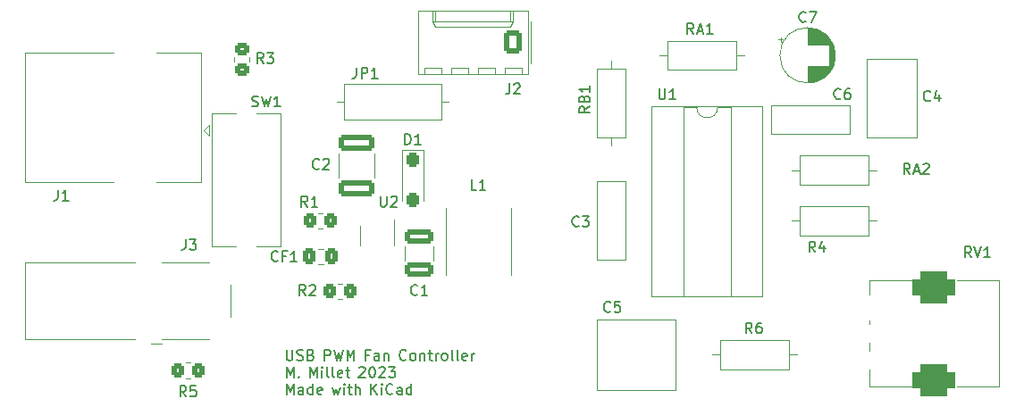
<source format=gto>
G04 #@! TF.GenerationSoftware,KiCad,Pcbnew,(7.0.0)*
G04 #@! TF.CreationDate,2023-03-01T02:56:27+01:00*
G04 #@! TF.ProjectId,Extracteur_Air_PcFan_5v,45787472-6163-4746-9575-725f4169725f,1.0*
G04 #@! TF.SameCoordinates,Original*
G04 #@! TF.FileFunction,Legend,Top*
G04 #@! TF.FilePolarity,Positive*
%FSLAX46Y46*%
G04 Gerber Fmt 4.6, Leading zero omitted, Abs format (unit mm)*
G04 Created by KiCad (PCBNEW (7.0.0)) date 2023-03-01 02:56:27*
%MOMM*%
%LPD*%
G01*
G04 APERTURE LIST*
G04 Aperture macros list*
%AMRoundRect*
0 Rectangle with rounded corners*
0 $1 Rounding radius*
0 $2 $3 $4 $5 $6 $7 $8 $9 X,Y pos of 4 corners*
0 Add a 4 corners polygon primitive as box body*
4,1,4,$2,$3,$4,$5,$6,$7,$8,$9,$2,$3,0*
0 Add four circle primitives for the rounded corners*
1,1,$1+$1,$2,$3*
1,1,$1+$1,$4,$5*
1,1,$1+$1,$6,$7*
1,1,$1+$1,$8,$9*
0 Add four rect primitives between the rounded corners*
20,1,$1+$1,$2,$3,$4,$5,0*
20,1,$1+$1,$4,$5,$6,$7,0*
20,1,$1+$1,$6,$7,$8,$9,0*
20,1,$1+$1,$8,$9,$2,$3,0*%
G04 Aperture macros list end*
%ADD10C,0.160000*%
%ADD11C,0.100000*%
%ADD12C,0.120000*%
%ADD13C,3.200000*%
%ADD14C,5.600000*%
%ADD15C,1.600000*%
%ADD16O,1.600000X1.600000*%
%ADD17RoundRect,0.250000X-0.450000X0.350000X-0.450000X-0.350000X0.450000X-0.350000X0.450000X0.350000X0*%
%ADD18RoundRect,0.250000X0.350000X0.450000X-0.350000X0.450000X-0.350000X-0.450000X0.350000X-0.450000X0*%
%ADD19R,1.700000X1.700000*%
%ADD20C,1.700000*%
%ADD21C,3.500000*%
%ADD22R,2.400000X1.600000*%
%ADD23O,2.400000X1.600000*%
%ADD24RoundRect,0.250000X0.620000X0.845000X-0.620000X0.845000X-0.620000X-0.845000X0.620000X-0.845000X0*%
%ADD25O,1.740000X2.190000*%
%ADD26R,1.600000X1.600000*%
%ADD27C,2.150000*%
%ADD28R,1.800000X1.800000*%
%ADD29C,1.800000*%
%ADD30RoundRect,0.750000X-1.250000X-0.750000X1.250000X-0.750000X1.250000X0.750000X-1.250000X0.750000X0*%
%ADD31RoundRect,0.300000X-0.300000X0.400000X-0.300000X-0.400000X0.300000X-0.400000X0.300000X0.400000X0*%
%ADD32R,0.650000X1.560000*%
%ADD33R,5.700000X2.600000*%
%ADD34RoundRect,0.250000X0.337500X0.475000X-0.337500X0.475000X-0.337500X-0.475000X0.337500X-0.475000X0*%
%ADD35RoundRect,0.250000X1.100000X-0.412500X1.100000X0.412500X-1.100000X0.412500X-1.100000X-0.412500X0*%
%ADD36RoundRect,0.250000X-1.450000X0.537500X-1.450000X-0.537500X1.450000X-0.537500X1.450000X0.537500X0*%
%ADD37C,1.000000*%
%ADD38C,0.500000*%
G04 APERTURE END LIST*
D10*
X95238095Y-92842380D02*
X95238095Y-93651904D01*
X95238095Y-93651904D02*
X95285714Y-93747142D01*
X95285714Y-93747142D02*
X95333333Y-93794761D01*
X95333333Y-93794761D02*
X95428571Y-93842380D01*
X95428571Y-93842380D02*
X95619047Y-93842380D01*
X95619047Y-93842380D02*
X95714285Y-93794761D01*
X95714285Y-93794761D02*
X95761904Y-93747142D01*
X95761904Y-93747142D02*
X95809523Y-93651904D01*
X95809523Y-93651904D02*
X95809523Y-92842380D01*
X96238095Y-93794761D02*
X96380952Y-93842380D01*
X96380952Y-93842380D02*
X96619047Y-93842380D01*
X96619047Y-93842380D02*
X96714285Y-93794761D01*
X96714285Y-93794761D02*
X96761904Y-93747142D01*
X96761904Y-93747142D02*
X96809523Y-93651904D01*
X96809523Y-93651904D02*
X96809523Y-93556666D01*
X96809523Y-93556666D02*
X96761904Y-93461428D01*
X96761904Y-93461428D02*
X96714285Y-93413809D01*
X96714285Y-93413809D02*
X96619047Y-93366190D01*
X96619047Y-93366190D02*
X96428571Y-93318571D01*
X96428571Y-93318571D02*
X96333333Y-93270952D01*
X96333333Y-93270952D02*
X96285714Y-93223333D01*
X96285714Y-93223333D02*
X96238095Y-93128095D01*
X96238095Y-93128095D02*
X96238095Y-93032857D01*
X96238095Y-93032857D02*
X96285714Y-92937619D01*
X96285714Y-92937619D02*
X96333333Y-92890000D01*
X96333333Y-92890000D02*
X96428571Y-92842380D01*
X96428571Y-92842380D02*
X96666666Y-92842380D01*
X96666666Y-92842380D02*
X96809523Y-92890000D01*
X97571428Y-93318571D02*
X97714285Y-93366190D01*
X97714285Y-93366190D02*
X97761904Y-93413809D01*
X97761904Y-93413809D02*
X97809523Y-93509047D01*
X97809523Y-93509047D02*
X97809523Y-93651904D01*
X97809523Y-93651904D02*
X97761904Y-93747142D01*
X97761904Y-93747142D02*
X97714285Y-93794761D01*
X97714285Y-93794761D02*
X97619047Y-93842380D01*
X97619047Y-93842380D02*
X97238095Y-93842380D01*
X97238095Y-93842380D02*
X97238095Y-92842380D01*
X97238095Y-92842380D02*
X97571428Y-92842380D01*
X97571428Y-92842380D02*
X97666666Y-92890000D01*
X97666666Y-92890000D02*
X97714285Y-92937619D01*
X97714285Y-92937619D02*
X97761904Y-93032857D01*
X97761904Y-93032857D02*
X97761904Y-93128095D01*
X97761904Y-93128095D02*
X97714285Y-93223333D01*
X97714285Y-93223333D02*
X97666666Y-93270952D01*
X97666666Y-93270952D02*
X97571428Y-93318571D01*
X97571428Y-93318571D02*
X97238095Y-93318571D01*
X98838095Y-93842380D02*
X98838095Y-92842380D01*
X98838095Y-92842380D02*
X99219047Y-92842380D01*
X99219047Y-92842380D02*
X99314285Y-92890000D01*
X99314285Y-92890000D02*
X99361904Y-92937619D01*
X99361904Y-92937619D02*
X99409523Y-93032857D01*
X99409523Y-93032857D02*
X99409523Y-93175714D01*
X99409523Y-93175714D02*
X99361904Y-93270952D01*
X99361904Y-93270952D02*
X99314285Y-93318571D01*
X99314285Y-93318571D02*
X99219047Y-93366190D01*
X99219047Y-93366190D02*
X98838095Y-93366190D01*
X99742857Y-92842380D02*
X99980952Y-93842380D01*
X99980952Y-93842380D02*
X100171428Y-93128095D01*
X100171428Y-93128095D02*
X100361904Y-93842380D01*
X100361904Y-93842380D02*
X100600000Y-92842380D01*
X100980952Y-93842380D02*
X100980952Y-92842380D01*
X100980952Y-92842380D02*
X101314285Y-93556666D01*
X101314285Y-93556666D02*
X101647618Y-92842380D01*
X101647618Y-92842380D02*
X101647618Y-93842380D01*
X103057142Y-93318571D02*
X102723809Y-93318571D01*
X102723809Y-93842380D02*
X102723809Y-92842380D01*
X102723809Y-92842380D02*
X103199999Y-92842380D01*
X104009523Y-93842380D02*
X104009523Y-93318571D01*
X104009523Y-93318571D02*
X103961904Y-93223333D01*
X103961904Y-93223333D02*
X103866666Y-93175714D01*
X103866666Y-93175714D02*
X103676190Y-93175714D01*
X103676190Y-93175714D02*
X103580952Y-93223333D01*
X104009523Y-93794761D02*
X103914285Y-93842380D01*
X103914285Y-93842380D02*
X103676190Y-93842380D01*
X103676190Y-93842380D02*
X103580952Y-93794761D01*
X103580952Y-93794761D02*
X103533333Y-93699523D01*
X103533333Y-93699523D02*
X103533333Y-93604285D01*
X103533333Y-93604285D02*
X103580952Y-93509047D01*
X103580952Y-93509047D02*
X103676190Y-93461428D01*
X103676190Y-93461428D02*
X103914285Y-93461428D01*
X103914285Y-93461428D02*
X104009523Y-93413809D01*
X104485714Y-93175714D02*
X104485714Y-93842380D01*
X104485714Y-93270952D02*
X104533333Y-93223333D01*
X104533333Y-93223333D02*
X104628571Y-93175714D01*
X104628571Y-93175714D02*
X104771428Y-93175714D01*
X104771428Y-93175714D02*
X104866666Y-93223333D01*
X104866666Y-93223333D02*
X104914285Y-93318571D01*
X104914285Y-93318571D02*
X104914285Y-93842380D01*
X106561904Y-93747142D02*
X106514285Y-93794761D01*
X106514285Y-93794761D02*
X106371428Y-93842380D01*
X106371428Y-93842380D02*
X106276190Y-93842380D01*
X106276190Y-93842380D02*
X106133333Y-93794761D01*
X106133333Y-93794761D02*
X106038095Y-93699523D01*
X106038095Y-93699523D02*
X105990476Y-93604285D01*
X105990476Y-93604285D02*
X105942857Y-93413809D01*
X105942857Y-93413809D02*
X105942857Y-93270952D01*
X105942857Y-93270952D02*
X105990476Y-93080476D01*
X105990476Y-93080476D02*
X106038095Y-92985238D01*
X106038095Y-92985238D02*
X106133333Y-92890000D01*
X106133333Y-92890000D02*
X106276190Y-92842380D01*
X106276190Y-92842380D02*
X106371428Y-92842380D01*
X106371428Y-92842380D02*
X106514285Y-92890000D01*
X106514285Y-92890000D02*
X106561904Y-92937619D01*
X107133333Y-93842380D02*
X107038095Y-93794761D01*
X107038095Y-93794761D02*
X106990476Y-93747142D01*
X106990476Y-93747142D02*
X106942857Y-93651904D01*
X106942857Y-93651904D02*
X106942857Y-93366190D01*
X106942857Y-93366190D02*
X106990476Y-93270952D01*
X106990476Y-93270952D02*
X107038095Y-93223333D01*
X107038095Y-93223333D02*
X107133333Y-93175714D01*
X107133333Y-93175714D02*
X107276190Y-93175714D01*
X107276190Y-93175714D02*
X107371428Y-93223333D01*
X107371428Y-93223333D02*
X107419047Y-93270952D01*
X107419047Y-93270952D02*
X107466666Y-93366190D01*
X107466666Y-93366190D02*
X107466666Y-93651904D01*
X107466666Y-93651904D02*
X107419047Y-93747142D01*
X107419047Y-93747142D02*
X107371428Y-93794761D01*
X107371428Y-93794761D02*
X107276190Y-93842380D01*
X107276190Y-93842380D02*
X107133333Y-93842380D01*
X107895238Y-93175714D02*
X107895238Y-93842380D01*
X107895238Y-93270952D02*
X107942857Y-93223333D01*
X107942857Y-93223333D02*
X108038095Y-93175714D01*
X108038095Y-93175714D02*
X108180952Y-93175714D01*
X108180952Y-93175714D02*
X108276190Y-93223333D01*
X108276190Y-93223333D02*
X108323809Y-93318571D01*
X108323809Y-93318571D02*
X108323809Y-93842380D01*
X108657143Y-93175714D02*
X109038095Y-93175714D01*
X108800000Y-92842380D02*
X108800000Y-93699523D01*
X108800000Y-93699523D02*
X108847619Y-93794761D01*
X108847619Y-93794761D02*
X108942857Y-93842380D01*
X108942857Y-93842380D02*
X109038095Y-93842380D01*
X109371429Y-93842380D02*
X109371429Y-93175714D01*
X109371429Y-93366190D02*
X109419048Y-93270952D01*
X109419048Y-93270952D02*
X109466667Y-93223333D01*
X109466667Y-93223333D02*
X109561905Y-93175714D01*
X109561905Y-93175714D02*
X109657143Y-93175714D01*
X110133334Y-93842380D02*
X110038096Y-93794761D01*
X110038096Y-93794761D02*
X109990477Y-93747142D01*
X109990477Y-93747142D02*
X109942858Y-93651904D01*
X109942858Y-93651904D02*
X109942858Y-93366190D01*
X109942858Y-93366190D02*
X109990477Y-93270952D01*
X109990477Y-93270952D02*
X110038096Y-93223333D01*
X110038096Y-93223333D02*
X110133334Y-93175714D01*
X110133334Y-93175714D02*
X110276191Y-93175714D01*
X110276191Y-93175714D02*
X110371429Y-93223333D01*
X110371429Y-93223333D02*
X110419048Y-93270952D01*
X110419048Y-93270952D02*
X110466667Y-93366190D01*
X110466667Y-93366190D02*
X110466667Y-93651904D01*
X110466667Y-93651904D02*
X110419048Y-93747142D01*
X110419048Y-93747142D02*
X110371429Y-93794761D01*
X110371429Y-93794761D02*
X110276191Y-93842380D01*
X110276191Y-93842380D02*
X110133334Y-93842380D01*
X111038096Y-93842380D02*
X110942858Y-93794761D01*
X110942858Y-93794761D02*
X110895239Y-93699523D01*
X110895239Y-93699523D02*
X110895239Y-92842380D01*
X111561906Y-93842380D02*
X111466668Y-93794761D01*
X111466668Y-93794761D02*
X111419049Y-93699523D01*
X111419049Y-93699523D02*
X111419049Y-92842380D01*
X112323811Y-93794761D02*
X112228573Y-93842380D01*
X112228573Y-93842380D02*
X112038097Y-93842380D01*
X112038097Y-93842380D02*
X111942859Y-93794761D01*
X111942859Y-93794761D02*
X111895240Y-93699523D01*
X111895240Y-93699523D02*
X111895240Y-93318571D01*
X111895240Y-93318571D02*
X111942859Y-93223333D01*
X111942859Y-93223333D02*
X112038097Y-93175714D01*
X112038097Y-93175714D02*
X112228573Y-93175714D01*
X112228573Y-93175714D02*
X112323811Y-93223333D01*
X112323811Y-93223333D02*
X112371430Y-93318571D01*
X112371430Y-93318571D02*
X112371430Y-93413809D01*
X112371430Y-93413809D02*
X111895240Y-93509047D01*
X112800002Y-93842380D02*
X112800002Y-93175714D01*
X112800002Y-93366190D02*
X112847621Y-93270952D01*
X112847621Y-93270952D02*
X112895240Y-93223333D01*
X112895240Y-93223333D02*
X112990478Y-93175714D01*
X112990478Y-93175714D02*
X113085716Y-93175714D01*
X95238095Y-95462380D02*
X95238095Y-94462380D01*
X95238095Y-94462380D02*
X95571428Y-95176666D01*
X95571428Y-95176666D02*
X95904761Y-94462380D01*
X95904761Y-94462380D02*
X95904761Y-95462380D01*
X96380952Y-95367142D02*
X96428571Y-95414761D01*
X96428571Y-95414761D02*
X96380952Y-95462380D01*
X96380952Y-95462380D02*
X96333333Y-95414761D01*
X96333333Y-95414761D02*
X96380952Y-95367142D01*
X96380952Y-95367142D02*
X96380952Y-95462380D01*
X97457142Y-95462380D02*
X97457142Y-94462380D01*
X97457142Y-94462380D02*
X97790475Y-95176666D01*
X97790475Y-95176666D02*
X98123808Y-94462380D01*
X98123808Y-94462380D02*
X98123808Y-95462380D01*
X98599999Y-95462380D02*
X98599999Y-94795714D01*
X98599999Y-94462380D02*
X98552380Y-94510000D01*
X98552380Y-94510000D02*
X98599999Y-94557619D01*
X98599999Y-94557619D02*
X98647618Y-94510000D01*
X98647618Y-94510000D02*
X98599999Y-94462380D01*
X98599999Y-94462380D02*
X98599999Y-94557619D01*
X99219046Y-95462380D02*
X99123808Y-95414761D01*
X99123808Y-95414761D02*
X99076189Y-95319523D01*
X99076189Y-95319523D02*
X99076189Y-94462380D01*
X99742856Y-95462380D02*
X99647618Y-95414761D01*
X99647618Y-95414761D02*
X99599999Y-95319523D01*
X99599999Y-95319523D02*
X99599999Y-94462380D01*
X100504761Y-95414761D02*
X100409523Y-95462380D01*
X100409523Y-95462380D02*
X100219047Y-95462380D01*
X100219047Y-95462380D02*
X100123809Y-95414761D01*
X100123809Y-95414761D02*
X100076190Y-95319523D01*
X100076190Y-95319523D02*
X100076190Y-94938571D01*
X100076190Y-94938571D02*
X100123809Y-94843333D01*
X100123809Y-94843333D02*
X100219047Y-94795714D01*
X100219047Y-94795714D02*
X100409523Y-94795714D01*
X100409523Y-94795714D02*
X100504761Y-94843333D01*
X100504761Y-94843333D02*
X100552380Y-94938571D01*
X100552380Y-94938571D02*
X100552380Y-95033809D01*
X100552380Y-95033809D02*
X100076190Y-95129047D01*
X100838095Y-94795714D02*
X101219047Y-94795714D01*
X100980952Y-94462380D02*
X100980952Y-95319523D01*
X100980952Y-95319523D02*
X101028571Y-95414761D01*
X101028571Y-95414761D02*
X101123809Y-95462380D01*
X101123809Y-95462380D02*
X101219047Y-95462380D01*
X102104762Y-94557619D02*
X102152381Y-94510000D01*
X102152381Y-94510000D02*
X102247619Y-94462380D01*
X102247619Y-94462380D02*
X102485714Y-94462380D01*
X102485714Y-94462380D02*
X102580952Y-94510000D01*
X102580952Y-94510000D02*
X102628571Y-94557619D01*
X102628571Y-94557619D02*
X102676190Y-94652857D01*
X102676190Y-94652857D02*
X102676190Y-94748095D01*
X102676190Y-94748095D02*
X102628571Y-94890952D01*
X102628571Y-94890952D02*
X102057143Y-95462380D01*
X102057143Y-95462380D02*
X102676190Y-95462380D01*
X103295238Y-94462380D02*
X103390476Y-94462380D01*
X103390476Y-94462380D02*
X103485714Y-94510000D01*
X103485714Y-94510000D02*
X103533333Y-94557619D01*
X103533333Y-94557619D02*
X103580952Y-94652857D01*
X103580952Y-94652857D02*
X103628571Y-94843333D01*
X103628571Y-94843333D02*
X103628571Y-95081428D01*
X103628571Y-95081428D02*
X103580952Y-95271904D01*
X103580952Y-95271904D02*
X103533333Y-95367142D01*
X103533333Y-95367142D02*
X103485714Y-95414761D01*
X103485714Y-95414761D02*
X103390476Y-95462380D01*
X103390476Y-95462380D02*
X103295238Y-95462380D01*
X103295238Y-95462380D02*
X103200000Y-95414761D01*
X103200000Y-95414761D02*
X103152381Y-95367142D01*
X103152381Y-95367142D02*
X103104762Y-95271904D01*
X103104762Y-95271904D02*
X103057143Y-95081428D01*
X103057143Y-95081428D02*
X103057143Y-94843333D01*
X103057143Y-94843333D02*
X103104762Y-94652857D01*
X103104762Y-94652857D02*
X103152381Y-94557619D01*
X103152381Y-94557619D02*
X103200000Y-94510000D01*
X103200000Y-94510000D02*
X103295238Y-94462380D01*
X104009524Y-94557619D02*
X104057143Y-94510000D01*
X104057143Y-94510000D02*
X104152381Y-94462380D01*
X104152381Y-94462380D02*
X104390476Y-94462380D01*
X104390476Y-94462380D02*
X104485714Y-94510000D01*
X104485714Y-94510000D02*
X104533333Y-94557619D01*
X104533333Y-94557619D02*
X104580952Y-94652857D01*
X104580952Y-94652857D02*
X104580952Y-94748095D01*
X104580952Y-94748095D02*
X104533333Y-94890952D01*
X104533333Y-94890952D02*
X103961905Y-95462380D01*
X103961905Y-95462380D02*
X104580952Y-95462380D01*
X104914286Y-94462380D02*
X105533333Y-94462380D01*
X105533333Y-94462380D02*
X105200000Y-94843333D01*
X105200000Y-94843333D02*
X105342857Y-94843333D01*
X105342857Y-94843333D02*
X105438095Y-94890952D01*
X105438095Y-94890952D02*
X105485714Y-94938571D01*
X105485714Y-94938571D02*
X105533333Y-95033809D01*
X105533333Y-95033809D02*
X105533333Y-95271904D01*
X105533333Y-95271904D02*
X105485714Y-95367142D01*
X105485714Y-95367142D02*
X105438095Y-95414761D01*
X105438095Y-95414761D02*
X105342857Y-95462380D01*
X105342857Y-95462380D02*
X105057143Y-95462380D01*
X105057143Y-95462380D02*
X104961905Y-95414761D01*
X104961905Y-95414761D02*
X104914286Y-95367142D01*
X95238095Y-97082380D02*
X95238095Y-96082380D01*
X95238095Y-96082380D02*
X95571428Y-96796666D01*
X95571428Y-96796666D02*
X95904761Y-96082380D01*
X95904761Y-96082380D02*
X95904761Y-97082380D01*
X96809523Y-97082380D02*
X96809523Y-96558571D01*
X96809523Y-96558571D02*
X96761904Y-96463333D01*
X96761904Y-96463333D02*
X96666666Y-96415714D01*
X96666666Y-96415714D02*
X96476190Y-96415714D01*
X96476190Y-96415714D02*
X96380952Y-96463333D01*
X96809523Y-97034761D02*
X96714285Y-97082380D01*
X96714285Y-97082380D02*
X96476190Y-97082380D01*
X96476190Y-97082380D02*
X96380952Y-97034761D01*
X96380952Y-97034761D02*
X96333333Y-96939523D01*
X96333333Y-96939523D02*
X96333333Y-96844285D01*
X96333333Y-96844285D02*
X96380952Y-96749047D01*
X96380952Y-96749047D02*
X96476190Y-96701428D01*
X96476190Y-96701428D02*
X96714285Y-96701428D01*
X96714285Y-96701428D02*
X96809523Y-96653809D01*
X97714285Y-97082380D02*
X97714285Y-96082380D01*
X97714285Y-97034761D02*
X97619047Y-97082380D01*
X97619047Y-97082380D02*
X97428571Y-97082380D01*
X97428571Y-97082380D02*
X97333333Y-97034761D01*
X97333333Y-97034761D02*
X97285714Y-96987142D01*
X97285714Y-96987142D02*
X97238095Y-96891904D01*
X97238095Y-96891904D02*
X97238095Y-96606190D01*
X97238095Y-96606190D02*
X97285714Y-96510952D01*
X97285714Y-96510952D02*
X97333333Y-96463333D01*
X97333333Y-96463333D02*
X97428571Y-96415714D01*
X97428571Y-96415714D02*
X97619047Y-96415714D01*
X97619047Y-96415714D02*
X97714285Y-96463333D01*
X98571428Y-97034761D02*
X98476190Y-97082380D01*
X98476190Y-97082380D02*
X98285714Y-97082380D01*
X98285714Y-97082380D02*
X98190476Y-97034761D01*
X98190476Y-97034761D02*
X98142857Y-96939523D01*
X98142857Y-96939523D02*
X98142857Y-96558571D01*
X98142857Y-96558571D02*
X98190476Y-96463333D01*
X98190476Y-96463333D02*
X98285714Y-96415714D01*
X98285714Y-96415714D02*
X98476190Y-96415714D01*
X98476190Y-96415714D02*
X98571428Y-96463333D01*
X98571428Y-96463333D02*
X98619047Y-96558571D01*
X98619047Y-96558571D02*
X98619047Y-96653809D01*
X98619047Y-96653809D02*
X98142857Y-96749047D01*
X99552381Y-96415714D02*
X99742857Y-97082380D01*
X99742857Y-97082380D02*
X99933333Y-96606190D01*
X99933333Y-96606190D02*
X100123809Y-97082380D01*
X100123809Y-97082380D02*
X100314285Y-96415714D01*
X100695238Y-97082380D02*
X100695238Y-96415714D01*
X100695238Y-96082380D02*
X100647619Y-96130000D01*
X100647619Y-96130000D02*
X100695238Y-96177619D01*
X100695238Y-96177619D02*
X100742857Y-96130000D01*
X100742857Y-96130000D02*
X100695238Y-96082380D01*
X100695238Y-96082380D02*
X100695238Y-96177619D01*
X101028571Y-96415714D02*
X101409523Y-96415714D01*
X101171428Y-96082380D02*
X101171428Y-96939523D01*
X101171428Y-96939523D02*
X101219047Y-97034761D01*
X101219047Y-97034761D02*
X101314285Y-97082380D01*
X101314285Y-97082380D02*
X101409523Y-97082380D01*
X101742857Y-97082380D02*
X101742857Y-96082380D01*
X102171428Y-97082380D02*
X102171428Y-96558571D01*
X102171428Y-96558571D02*
X102123809Y-96463333D01*
X102123809Y-96463333D02*
X102028571Y-96415714D01*
X102028571Y-96415714D02*
X101885714Y-96415714D01*
X101885714Y-96415714D02*
X101790476Y-96463333D01*
X101790476Y-96463333D02*
X101742857Y-96510952D01*
X103247619Y-97082380D02*
X103247619Y-96082380D01*
X103819047Y-97082380D02*
X103390476Y-96510952D01*
X103819047Y-96082380D02*
X103247619Y-96653809D01*
X104247619Y-97082380D02*
X104247619Y-96415714D01*
X104247619Y-96082380D02*
X104200000Y-96130000D01*
X104200000Y-96130000D02*
X104247619Y-96177619D01*
X104247619Y-96177619D02*
X104295238Y-96130000D01*
X104295238Y-96130000D02*
X104247619Y-96082380D01*
X104247619Y-96082380D02*
X104247619Y-96177619D01*
X105295237Y-96987142D02*
X105247618Y-97034761D01*
X105247618Y-97034761D02*
X105104761Y-97082380D01*
X105104761Y-97082380D02*
X105009523Y-97082380D01*
X105009523Y-97082380D02*
X104866666Y-97034761D01*
X104866666Y-97034761D02*
X104771428Y-96939523D01*
X104771428Y-96939523D02*
X104723809Y-96844285D01*
X104723809Y-96844285D02*
X104676190Y-96653809D01*
X104676190Y-96653809D02*
X104676190Y-96510952D01*
X104676190Y-96510952D02*
X104723809Y-96320476D01*
X104723809Y-96320476D02*
X104771428Y-96225238D01*
X104771428Y-96225238D02*
X104866666Y-96130000D01*
X104866666Y-96130000D02*
X105009523Y-96082380D01*
X105009523Y-96082380D02*
X105104761Y-96082380D01*
X105104761Y-96082380D02*
X105247618Y-96130000D01*
X105247618Y-96130000D02*
X105295237Y-96177619D01*
X106152380Y-97082380D02*
X106152380Y-96558571D01*
X106152380Y-96558571D02*
X106104761Y-96463333D01*
X106104761Y-96463333D02*
X106009523Y-96415714D01*
X106009523Y-96415714D02*
X105819047Y-96415714D01*
X105819047Y-96415714D02*
X105723809Y-96463333D01*
X106152380Y-97034761D02*
X106057142Y-97082380D01*
X106057142Y-97082380D02*
X105819047Y-97082380D01*
X105819047Y-97082380D02*
X105723809Y-97034761D01*
X105723809Y-97034761D02*
X105676190Y-96939523D01*
X105676190Y-96939523D02*
X105676190Y-96844285D01*
X105676190Y-96844285D02*
X105723809Y-96749047D01*
X105723809Y-96749047D02*
X105819047Y-96701428D01*
X105819047Y-96701428D02*
X106057142Y-96701428D01*
X106057142Y-96701428D02*
X106152380Y-96653809D01*
X107057142Y-97082380D02*
X107057142Y-96082380D01*
X107057142Y-97034761D02*
X106961904Y-97082380D01*
X106961904Y-97082380D02*
X106771428Y-97082380D01*
X106771428Y-97082380D02*
X106676190Y-97034761D01*
X106676190Y-97034761D02*
X106628571Y-96987142D01*
X106628571Y-96987142D02*
X106580952Y-96891904D01*
X106580952Y-96891904D02*
X106580952Y-96606190D01*
X106580952Y-96606190D02*
X106628571Y-96510952D01*
X106628571Y-96510952D02*
X106676190Y-96463333D01*
X106676190Y-96463333D02*
X106771428Y-96415714D01*
X106771428Y-96415714D02*
X106961904Y-96415714D01*
X106961904Y-96415714D02*
X107057142Y-96463333D01*
X91966667Y-69719761D02*
X92109524Y-69767380D01*
X92109524Y-69767380D02*
X92347619Y-69767380D01*
X92347619Y-69767380D02*
X92442857Y-69719761D01*
X92442857Y-69719761D02*
X92490476Y-69672142D01*
X92490476Y-69672142D02*
X92538095Y-69576904D01*
X92538095Y-69576904D02*
X92538095Y-69481666D01*
X92538095Y-69481666D02*
X92490476Y-69386428D01*
X92490476Y-69386428D02*
X92442857Y-69338809D01*
X92442857Y-69338809D02*
X92347619Y-69291190D01*
X92347619Y-69291190D02*
X92157143Y-69243571D01*
X92157143Y-69243571D02*
X92061905Y-69195952D01*
X92061905Y-69195952D02*
X92014286Y-69148333D01*
X92014286Y-69148333D02*
X91966667Y-69053095D01*
X91966667Y-69053095D02*
X91966667Y-68957857D01*
X91966667Y-68957857D02*
X92014286Y-68862619D01*
X92014286Y-68862619D02*
X92061905Y-68815000D01*
X92061905Y-68815000D02*
X92157143Y-68767380D01*
X92157143Y-68767380D02*
X92395238Y-68767380D01*
X92395238Y-68767380D02*
X92538095Y-68815000D01*
X92871429Y-68767380D02*
X93109524Y-69767380D01*
X93109524Y-69767380D02*
X93300000Y-69053095D01*
X93300000Y-69053095D02*
X93490476Y-69767380D01*
X93490476Y-69767380D02*
X93728572Y-68767380D01*
X94633333Y-69767380D02*
X94061905Y-69767380D01*
X94347619Y-69767380D02*
X94347619Y-68767380D01*
X94347619Y-68767380D02*
X94252381Y-68910238D01*
X94252381Y-68910238D02*
X94157143Y-69005476D01*
X94157143Y-69005476D02*
X94061905Y-69053095D01*
X145333333Y-83567380D02*
X145000000Y-83091190D01*
X144761905Y-83567380D02*
X144761905Y-82567380D01*
X144761905Y-82567380D02*
X145142857Y-82567380D01*
X145142857Y-82567380D02*
X145238095Y-82615000D01*
X145238095Y-82615000D02*
X145285714Y-82662619D01*
X145285714Y-82662619D02*
X145333333Y-82757857D01*
X145333333Y-82757857D02*
X145333333Y-82900714D01*
X145333333Y-82900714D02*
X145285714Y-82995952D01*
X145285714Y-82995952D02*
X145238095Y-83043571D01*
X145238095Y-83043571D02*
X145142857Y-83091190D01*
X145142857Y-83091190D02*
X144761905Y-83091190D01*
X146190476Y-82900714D02*
X146190476Y-83567380D01*
X145952381Y-82519761D02*
X145714286Y-83234047D01*
X145714286Y-83234047D02*
X146333333Y-83234047D01*
X93033333Y-65667380D02*
X92700000Y-65191190D01*
X92461905Y-65667380D02*
X92461905Y-64667380D01*
X92461905Y-64667380D02*
X92842857Y-64667380D01*
X92842857Y-64667380D02*
X92938095Y-64715000D01*
X92938095Y-64715000D02*
X92985714Y-64762619D01*
X92985714Y-64762619D02*
X93033333Y-64857857D01*
X93033333Y-64857857D02*
X93033333Y-65000714D01*
X93033333Y-65000714D02*
X92985714Y-65095952D01*
X92985714Y-65095952D02*
X92938095Y-65143571D01*
X92938095Y-65143571D02*
X92842857Y-65191190D01*
X92842857Y-65191190D02*
X92461905Y-65191190D01*
X93366667Y-64667380D02*
X93985714Y-64667380D01*
X93985714Y-64667380D02*
X93652381Y-65048333D01*
X93652381Y-65048333D02*
X93795238Y-65048333D01*
X93795238Y-65048333D02*
X93890476Y-65095952D01*
X93890476Y-65095952D02*
X93938095Y-65143571D01*
X93938095Y-65143571D02*
X93985714Y-65238809D01*
X93985714Y-65238809D02*
X93985714Y-65476904D01*
X93985714Y-65476904D02*
X93938095Y-65572142D01*
X93938095Y-65572142D02*
X93890476Y-65619761D01*
X93890476Y-65619761D02*
X93795238Y-65667380D01*
X93795238Y-65667380D02*
X93509524Y-65667380D01*
X93509524Y-65667380D02*
X93414286Y-65619761D01*
X93414286Y-65619761D02*
X93366667Y-65572142D01*
X85733333Y-97267380D02*
X85400000Y-96791190D01*
X85161905Y-97267380D02*
X85161905Y-96267380D01*
X85161905Y-96267380D02*
X85542857Y-96267380D01*
X85542857Y-96267380D02*
X85638095Y-96315000D01*
X85638095Y-96315000D02*
X85685714Y-96362619D01*
X85685714Y-96362619D02*
X85733333Y-96457857D01*
X85733333Y-96457857D02*
X85733333Y-96600714D01*
X85733333Y-96600714D02*
X85685714Y-96695952D01*
X85685714Y-96695952D02*
X85638095Y-96743571D01*
X85638095Y-96743571D02*
X85542857Y-96791190D01*
X85542857Y-96791190D02*
X85161905Y-96791190D01*
X86638095Y-96267380D02*
X86161905Y-96267380D01*
X86161905Y-96267380D02*
X86114286Y-96743571D01*
X86114286Y-96743571D02*
X86161905Y-96695952D01*
X86161905Y-96695952D02*
X86257143Y-96648333D01*
X86257143Y-96648333D02*
X86495238Y-96648333D01*
X86495238Y-96648333D02*
X86590476Y-96695952D01*
X86590476Y-96695952D02*
X86638095Y-96743571D01*
X86638095Y-96743571D02*
X86685714Y-96838809D01*
X86685714Y-96838809D02*
X86685714Y-97076904D01*
X86685714Y-97076904D02*
X86638095Y-97172142D01*
X86638095Y-97172142D02*
X86590476Y-97219761D01*
X86590476Y-97219761D02*
X86495238Y-97267380D01*
X86495238Y-97267380D02*
X86257143Y-97267380D01*
X86257143Y-97267380D02*
X86161905Y-97219761D01*
X86161905Y-97219761D02*
X86114286Y-97172142D01*
X154304761Y-76167380D02*
X153971428Y-75691190D01*
X153733333Y-76167380D02*
X153733333Y-75167380D01*
X153733333Y-75167380D02*
X154114285Y-75167380D01*
X154114285Y-75167380D02*
X154209523Y-75215000D01*
X154209523Y-75215000D02*
X154257142Y-75262619D01*
X154257142Y-75262619D02*
X154304761Y-75357857D01*
X154304761Y-75357857D02*
X154304761Y-75500714D01*
X154304761Y-75500714D02*
X154257142Y-75595952D01*
X154257142Y-75595952D02*
X154209523Y-75643571D01*
X154209523Y-75643571D02*
X154114285Y-75691190D01*
X154114285Y-75691190D02*
X153733333Y-75691190D01*
X154685714Y-75881666D02*
X155161904Y-75881666D01*
X154590476Y-76167380D02*
X154923809Y-75167380D01*
X154923809Y-75167380D02*
X155257142Y-76167380D01*
X155542857Y-75262619D02*
X155590476Y-75215000D01*
X155590476Y-75215000D02*
X155685714Y-75167380D01*
X155685714Y-75167380D02*
X155923809Y-75167380D01*
X155923809Y-75167380D02*
X156019047Y-75215000D01*
X156019047Y-75215000D02*
X156066666Y-75262619D01*
X156066666Y-75262619D02*
X156114285Y-75357857D01*
X156114285Y-75357857D02*
X156114285Y-75453095D01*
X156114285Y-75453095D02*
X156066666Y-75595952D01*
X156066666Y-75595952D02*
X155495238Y-76167380D01*
X155495238Y-76167380D02*
X156114285Y-76167380D01*
X73566666Y-77667380D02*
X73566666Y-78381666D01*
X73566666Y-78381666D02*
X73519047Y-78524523D01*
X73519047Y-78524523D02*
X73423809Y-78619761D01*
X73423809Y-78619761D02*
X73280952Y-78667380D01*
X73280952Y-78667380D02*
X73185714Y-78667380D01*
X74566666Y-78667380D02*
X73995238Y-78667380D01*
X74280952Y-78667380D02*
X74280952Y-77667380D01*
X74280952Y-77667380D02*
X74185714Y-77810238D01*
X74185714Y-77810238D02*
X74090476Y-77905476D01*
X74090476Y-77905476D02*
X73995238Y-77953095D01*
X130538095Y-68067380D02*
X130538095Y-68876904D01*
X130538095Y-68876904D02*
X130585714Y-68972142D01*
X130585714Y-68972142D02*
X130633333Y-69019761D01*
X130633333Y-69019761D02*
X130728571Y-69067380D01*
X130728571Y-69067380D02*
X130919047Y-69067380D01*
X130919047Y-69067380D02*
X131014285Y-69019761D01*
X131014285Y-69019761D02*
X131061904Y-68972142D01*
X131061904Y-68972142D02*
X131109523Y-68876904D01*
X131109523Y-68876904D02*
X131109523Y-68067380D01*
X132109523Y-69067380D02*
X131538095Y-69067380D01*
X131823809Y-69067380D02*
X131823809Y-68067380D01*
X131823809Y-68067380D02*
X131728571Y-68210238D01*
X131728571Y-68210238D02*
X131633333Y-68305476D01*
X131633333Y-68305476D02*
X131538095Y-68353095D01*
X116366666Y-67567380D02*
X116366666Y-68281666D01*
X116366666Y-68281666D02*
X116319047Y-68424523D01*
X116319047Y-68424523D02*
X116223809Y-68519761D01*
X116223809Y-68519761D02*
X116080952Y-68567380D01*
X116080952Y-68567380D02*
X115985714Y-68567380D01*
X116795238Y-67662619D02*
X116842857Y-67615000D01*
X116842857Y-67615000D02*
X116938095Y-67567380D01*
X116938095Y-67567380D02*
X117176190Y-67567380D01*
X117176190Y-67567380D02*
X117271428Y-67615000D01*
X117271428Y-67615000D02*
X117319047Y-67662619D01*
X117319047Y-67662619D02*
X117366666Y-67757857D01*
X117366666Y-67757857D02*
X117366666Y-67853095D01*
X117366666Y-67853095D02*
X117319047Y-67995952D01*
X117319047Y-67995952D02*
X116747619Y-68567380D01*
X116747619Y-68567380D02*
X117366666Y-68567380D01*
X85666666Y-82367380D02*
X85666666Y-83081666D01*
X85666666Y-83081666D02*
X85619047Y-83224523D01*
X85619047Y-83224523D02*
X85523809Y-83319761D01*
X85523809Y-83319761D02*
X85380952Y-83367380D01*
X85380952Y-83367380D02*
X85285714Y-83367380D01*
X86047619Y-82367380D02*
X86666666Y-82367380D01*
X86666666Y-82367380D02*
X86333333Y-82748333D01*
X86333333Y-82748333D02*
X86476190Y-82748333D01*
X86476190Y-82748333D02*
X86571428Y-82795952D01*
X86571428Y-82795952D02*
X86619047Y-82843571D01*
X86619047Y-82843571D02*
X86666666Y-82938809D01*
X86666666Y-82938809D02*
X86666666Y-83176904D01*
X86666666Y-83176904D02*
X86619047Y-83272142D01*
X86619047Y-83272142D02*
X86571428Y-83319761D01*
X86571428Y-83319761D02*
X86476190Y-83367380D01*
X86476190Y-83367380D02*
X86190476Y-83367380D01*
X86190476Y-83367380D02*
X86095238Y-83319761D01*
X86095238Y-83319761D02*
X86047619Y-83272142D01*
X156233333Y-69172142D02*
X156185714Y-69219761D01*
X156185714Y-69219761D02*
X156042857Y-69267380D01*
X156042857Y-69267380D02*
X155947619Y-69267380D01*
X155947619Y-69267380D02*
X155804762Y-69219761D01*
X155804762Y-69219761D02*
X155709524Y-69124523D01*
X155709524Y-69124523D02*
X155661905Y-69029285D01*
X155661905Y-69029285D02*
X155614286Y-68838809D01*
X155614286Y-68838809D02*
X155614286Y-68695952D01*
X155614286Y-68695952D02*
X155661905Y-68505476D01*
X155661905Y-68505476D02*
X155709524Y-68410238D01*
X155709524Y-68410238D02*
X155804762Y-68315000D01*
X155804762Y-68315000D02*
X155947619Y-68267380D01*
X155947619Y-68267380D02*
X156042857Y-68267380D01*
X156042857Y-68267380D02*
X156185714Y-68315000D01*
X156185714Y-68315000D02*
X156233333Y-68362619D01*
X157090476Y-68600714D02*
X157090476Y-69267380D01*
X156852381Y-68219761D02*
X156614286Y-68934047D01*
X156614286Y-68934047D02*
X157233333Y-68934047D01*
X101866666Y-66067380D02*
X101866666Y-66781666D01*
X101866666Y-66781666D02*
X101819047Y-66924523D01*
X101819047Y-66924523D02*
X101723809Y-67019761D01*
X101723809Y-67019761D02*
X101580952Y-67067380D01*
X101580952Y-67067380D02*
X101485714Y-67067380D01*
X102342857Y-67067380D02*
X102342857Y-66067380D01*
X102342857Y-66067380D02*
X102723809Y-66067380D01*
X102723809Y-66067380D02*
X102819047Y-66115000D01*
X102819047Y-66115000D02*
X102866666Y-66162619D01*
X102866666Y-66162619D02*
X102914285Y-66257857D01*
X102914285Y-66257857D02*
X102914285Y-66400714D01*
X102914285Y-66400714D02*
X102866666Y-66495952D01*
X102866666Y-66495952D02*
X102819047Y-66543571D01*
X102819047Y-66543571D02*
X102723809Y-66591190D01*
X102723809Y-66591190D02*
X102342857Y-66591190D01*
X103866666Y-67067380D02*
X103295238Y-67067380D01*
X103580952Y-67067380D02*
X103580952Y-66067380D01*
X103580952Y-66067380D02*
X103485714Y-66210238D01*
X103485714Y-66210238D02*
X103390476Y-66305476D01*
X103390476Y-66305476D02*
X103295238Y-66353095D01*
X160104761Y-84067380D02*
X159771428Y-83591190D01*
X159533333Y-84067380D02*
X159533333Y-83067380D01*
X159533333Y-83067380D02*
X159914285Y-83067380D01*
X159914285Y-83067380D02*
X160009523Y-83115000D01*
X160009523Y-83115000D02*
X160057142Y-83162619D01*
X160057142Y-83162619D02*
X160104761Y-83257857D01*
X160104761Y-83257857D02*
X160104761Y-83400714D01*
X160104761Y-83400714D02*
X160057142Y-83495952D01*
X160057142Y-83495952D02*
X160009523Y-83543571D01*
X160009523Y-83543571D02*
X159914285Y-83591190D01*
X159914285Y-83591190D02*
X159533333Y-83591190D01*
X160390476Y-83067380D02*
X160723809Y-84067380D01*
X160723809Y-84067380D02*
X161057142Y-83067380D01*
X161914285Y-84067380D02*
X161342857Y-84067380D01*
X161628571Y-84067380D02*
X161628571Y-83067380D01*
X161628571Y-83067380D02*
X161533333Y-83210238D01*
X161533333Y-83210238D02*
X161438095Y-83305476D01*
X161438095Y-83305476D02*
X161342857Y-83353095D01*
X122933333Y-81072142D02*
X122885714Y-81119761D01*
X122885714Y-81119761D02*
X122742857Y-81167380D01*
X122742857Y-81167380D02*
X122647619Y-81167380D01*
X122647619Y-81167380D02*
X122504762Y-81119761D01*
X122504762Y-81119761D02*
X122409524Y-81024523D01*
X122409524Y-81024523D02*
X122361905Y-80929285D01*
X122361905Y-80929285D02*
X122314286Y-80738809D01*
X122314286Y-80738809D02*
X122314286Y-80595952D01*
X122314286Y-80595952D02*
X122361905Y-80405476D01*
X122361905Y-80405476D02*
X122409524Y-80310238D01*
X122409524Y-80310238D02*
X122504762Y-80215000D01*
X122504762Y-80215000D02*
X122647619Y-80167380D01*
X122647619Y-80167380D02*
X122742857Y-80167380D01*
X122742857Y-80167380D02*
X122885714Y-80215000D01*
X122885714Y-80215000D02*
X122933333Y-80262619D01*
X123266667Y-80167380D02*
X123885714Y-80167380D01*
X123885714Y-80167380D02*
X123552381Y-80548333D01*
X123552381Y-80548333D02*
X123695238Y-80548333D01*
X123695238Y-80548333D02*
X123790476Y-80595952D01*
X123790476Y-80595952D02*
X123838095Y-80643571D01*
X123838095Y-80643571D02*
X123885714Y-80738809D01*
X123885714Y-80738809D02*
X123885714Y-80976904D01*
X123885714Y-80976904D02*
X123838095Y-81072142D01*
X123838095Y-81072142D02*
X123790476Y-81119761D01*
X123790476Y-81119761D02*
X123695238Y-81167380D01*
X123695238Y-81167380D02*
X123409524Y-81167380D01*
X123409524Y-81167380D02*
X123314286Y-81119761D01*
X123314286Y-81119761D02*
X123266667Y-81072142D01*
X144433333Y-61672142D02*
X144385714Y-61719761D01*
X144385714Y-61719761D02*
X144242857Y-61767380D01*
X144242857Y-61767380D02*
X144147619Y-61767380D01*
X144147619Y-61767380D02*
X144004762Y-61719761D01*
X144004762Y-61719761D02*
X143909524Y-61624523D01*
X143909524Y-61624523D02*
X143861905Y-61529285D01*
X143861905Y-61529285D02*
X143814286Y-61338809D01*
X143814286Y-61338809D02*
X143814286Y-61195952D01*
X143814286Y-61195952D02*
X143861905Y-61005476D01*
X143861905Y-61005476D02*
X143909524Y-60910238D01*
X143909524Y-60910238D02*
X144004762Y-60815000D01*
X144004762Y-60815000D02*
X144147619Y-60767380D01*
X144147619Y-60767380D02*
X144242857Y-60767380D01*
X144242857Y-60767380D02*
X144385714Y-60815000D01*
X144385714Y-60815000D02*
X144433333Y-60862619D01*
X144766667Y-60767380D02*
X145433333Y-60767380D01*
X145433333Y-60767380D02*
X145004762Y-61767380D01*
X123967380Y-69766666D02*
X123491190Y-70099999D01*
X123967380Y-70338094D02*
X122967380Y-70338094D01*
X122967380Y-70338094D02*
X122967380Y-69957142D01*
X122967380Y-69957142D02*
X123015000Y-69861904D01*
X123015000Y-69861904D02*
X123062619Y-69814285D01*
X123062619Y-69814285D02*
X123157857Y-69766666D01*
X123157857Y-69766666D02*
X123300714Y-69766666D01*
X123300714Y-69766666D02*
X123395952Y-69814285D01*
X123395952Y-69814285D02*
X123443571Y-69861904D01*
X123443571Y-69861904D02*
X123491190Y-69957142D01*
X123491190Y-69957142D02*
X123491190Y-70338094D01*
X123443571Y-69004761D02*
X123491190Y-68861904D01*
X123491190Y-68861904D02*
X123538809Y-68814285D01*
X123538809Y-68814285D02*
X123634047Y-68766666D01*
X123634047Y-68766666D02*
X123776904Y-68766666D01*
X123776904Y-68766666D02*
X123872142Y-68814285D01*
X123872142Y-68814285D02*
X123919761Y-68861904D01*
X123919761Y-68861904D02*
X123967380Y-68957142D01*
X123967380Y-68957142D02*
X123967380Y-69338094D01*
X123967380Y-69338094D02*
X122967380Y-69338094D01*
X122967380Y-69338094D02*
X122967380Y-69004761D01*
X122967380Y-69004761D02*
X123015000Y-68909523D01*
X123015000Y-68909523D02*
X123062619Y-68861904D01*
X123062619Y-68861904D02*
X123157857Y-68814285D01*
X123157857Y-68814285D02*
X123253095Y-68814285D01*
X123253095Y-68814285D02*
X123348333Y-68861904D01*
X123348333Y-68861904D02*
X123395952Y-68909523D01*
X123395952Y-68909523D02*
X123443571Y-69004761D01*
X123443571Y-69004761D02*
X123443571Y-69338094D01*
X123967380Y-67814285D02*
X123967380Y-68385713D01*
X123967380Y-68099999D02*
X122967380Y-68099999D01*
X122967380Y-68099999D02*
X123110238Y-68195237D01*
X123110238Y-68195237D02*
X123205476Y-68290475D01*
X123205476Y-68290475D02*
X123253095Y-68385713D01*
X106461905Y-73367380D02*
X106461905Y-72367380D01*
X106461905Y-72367380D02*
X106700000Y-72367380D01*
X106700000Y-72367380D02*
X106842857Y-72415000D01*
X106842857Y-72415000D02*
X106938095Y-72510238D01*
X106938095Y-72510238D02*
X106985714Y-72605476D01*
X106985714Y-72605476D02*
X107033333Y-72795952D01*
X107033333Y-72795952D02*
X107033333Y-72938809D01*
X107033333Y-72938809D02*
X106985714Y-73129285D01*
X106985714Y-73129285D02*
X106938095Y-73224523D01*
X106938095Y-73224523D02*
X106842857Y-73319761D01*
X106842857Y-73319761D02*
X106700000Y-73367380D01*
X106700000Y-73367380D02*
X106461905Y-73367380D01*
X107985714Y-73367380D02*
X107414286Y-73367380D01*
X107700000Y-73367380D02*
X107700000Y-72367380D01*
X107700000Y-72367380D02*
X107604762Y-72510238D01*
X107604762Y-72510238D02*
X107509524Y-72605476D01*
X107509524Y-72605476D02*
X107414286Y-72653095D01*
X125933333Y-89172142D02*
X125885714Y-89219761D01*
X125885714Y-89219761D02*
X125742857Y-89267380D01*
X125742857Y-89267380D02*
X125647619Y-89267380D01*
X125647619Y-89267380D02*
X125504762Y-89219761D01*
X125504762Y-89219761D02*
X125409524Y-89124523D01*
X125409524Y-89124523D02*
X125361905Y-89029285D01*
X125361905Y-89029285D02*
X125314286Y-88838809D01*
X125314286Y-88838809D02*
X125314286Y-88695952D01*
X125314286Y-88695952D02*
X125361905Y-88505476D01*
X125361905Y-88505476D02*
X125409524Y-88410238D01*
X125409524Y-88410238D02*
X125504762Y-88315000D01*
X125504762Y-88315000D02*
X125647619Y-88267380D01*
X125647619Y-88267380D02*
X125742857Y-88267380D01*
X125742857Y-88267380D02*
X125885714Y-88315000D01*
X125885714Y-88315000D02*
X125933333Y-88362619D01*
X126838095Y-88267380D02*
X126361905Y-88267380D01*
X126361905Y-88267380D02*
X126314286Y-88743571D01*
X126314286Y-88743571D02*
X126361905Y-88695952D01*
X126361905Y-88695952D02*
X126457143Y-88648333D01*
X126457143Y-88648333D02*
X126695238Y-88648333D01*
X126695238Y-88648333D02*
X126790476Y-88695952D01*
X126790476Y-88695952D02*
X126838095Y-88743571D01*
X126838095Y-88743571D02*
X126885714Y-88838809D01*
X126885714Y-88838809D02*
X126885714Y-89076904D01*
X126885714Y-89076904D02*
X126838095Y-89172142D01*
X126838095Y-89172142D02*
X126790476Y-89219761D01*
X126790476Y-89219761D02*
X126695238Y-89267380D01*
X126695238Y-89267380D02*
X126457143Y-89267380D01*
X126457143Y-89267380D02*
X126361905Y-89219761D01*
X126361905Y-89219761D02*
X126314286Y-89172142D01*
X104138095Y-78267380D02*
X104138095Y-79076904D01*
X104138095Y-79076904D02*
X104185714Y-79172142D01*
X104185714Y-79172142D02*
X104233333Y-79219761D01*
X104233333Y-79219761D02*
X104328571Y-79267380D01*
X104328571Y-79267380D02*
X104519047Y-79267380D01*
X104519047Y-79267380D02*
X104614285Y-79219761D01*
X104614285Y-79219761D02*
X104661904Y-79172142D01*
X104661904Y-79172142D02*
X104709523Y-79076904D01*
X104709523Y-79076904D02*
X104709523Y-78267380D01*
X105138095Y-78362619D02*
X105185714Y-78315000D01*
X105185714Y-78315000D02*
X105280952Y-78267380D01*
X105280952Y-78267380D02*
X105519047Y-78267380D01*
X105519047Y-78267380D02*
X105614285Y-78315000D01*
X105614285Y-78315000D02*
X105661904Y-78362619D01*
X105661904Y-78362619D02*
X105709523Y-78457857D01*
X105709523Y-78457857D02*
X105709523Y-78553095D01*
X105709523Y-78553095D02*
X105661904Y-78695952D01*
X105661904Y-78695952D02*
X105090476Y-79267380D01*
X105090476Y-79267380D02*
X105709523Y-79267380D01*
X139333333Y-91267380D02*
X139000000Y-90791190D01*
X138761905Y-91267380D02*
X138761905Y-90267380D01*
X138761905Y-90267380D02*
X139142857Y-90267380D01*
X139142857Y-90267380D02*
X139238095Y-90315000D01*
X139238095Y-90315000D02*
X139285714Y-90362619D01*
X139285714Y-90362619D02*
X139333333Y-90457857D01*
X139333333Y-90457857D02*
X139333333Y-90600714D01*
X139333333Y-90600714D02*
X139285714Y-90695952D01*
X139285714Y-90695952D02*
X139238095Y-90743571D01*
X139238095Y-90743571D02*
X139142857Y-90791190D01*
X139142857Y-90791190D02*
X138761905Y-90791190D01*
X140190476Y-90267380D02*
X140000000Y-90267380D01*
X140000000Y-90267380D02*
X139904762Y-90315000D01*
X139904762Y-90315000D02*
X139857143Y-90362619D01*
X139857143Y-90362619D02*
X139761905Y-90505476D01*
X139761905Y-90505476D02*
X139714286Y-90695952D01*
X139714286Y-90695952D02*
X139714286Y-91076904D01*
X139714286Y-91076904D02*
X139761905Y-91172142D01*
X139761905Y-91172142D02*
X139809524Y-91219761D01*
X139809524Y-91219761D02*
X139904762Y-91267380D01*
X139904762Y-91267380D02*
X140095238Y-91267380D01*
X140095238Y-91267380D02*
X140190476Y-91219761D01*
X140190476Y-91219761D02*
X140238095Y-91172142D01*
X140238095Y-91172142D02*
X140285714Y-91076904D01*
X140285714Y-91076904D02*
X140285714Y-90838809D01*
X140285714Y-90838809D02*
X140238095Y-90743571D01*
X140238095Y-90743571D02*
X140190476Y-90695952D01*
X140190476Y-90695952D02*
X140095238Y-90648333D01*
X140095238Y-90648333D02*
X139904762Y-90648333D01*
X139904762Y-90648333D02*
X139809524Y-90695952D01*
X139809524Y-90695952D02*
X139761905Y-90743571D01*
X139761905Y-90743571D02*
X139714286Y-90838809D01*
X113233333Y-77667380D02*
X112757143Y-77667380D01*
X112757143Y-77667380D02*
X112757143Y-76667380D01*
X114090476Y-77667380D02*
X113519048Y-77667380D01*
X113804762Y-77667380D02*
X113804762Y-76667380D01*
X113804762Y-76667380D02*
X113709524Y-76810238D01*
X113709524Y-76810238D02*
X113614286Y-76905476D01*
X113614286Y-76905476D02*
X113519048Y-76953095D01*
X133804761Y-62867380D02*
X133471428Y-62391190D01*
X133233333Y-62867380D02*
X133233333Y-61867380D01*
X133233333Y-61867380D02*
X133614285Y-61867380D01*
X133614285Y-61867380D02*
X133709523Y-61915000D01*
X133709523Y-61915000D02*
X133757142Y-61962619D01*
X133757142Y-61962619D02*
X133804761Y-62057857D01*
X133804761Y-62057857D02*
X133804761Y-62200714D01*
X133804761Y-62200714D02*
X133757142Y-62295952D01*
X133757142Y-62295952D02*
X133709523Y-62343571D01*
X133709523Y-62343571D02*
X133614285Y-62391190D01*
X133614285Y-62391190D02*
X133233333Y-62391190D01*
X134185714Y-62581666D02*
X134661904Y-62581666D01*
X134090476Y-62867380D02*
X134423809Y-61867380D01*
X134423809Y-61867380D02*
X134757142Y-62867380D01*
X135614285Y-62867380D02*
X135042857Y-62867380D01*
X135328571Y-62867380D02*
X135328571Y-61867380D01*
X135328571Y-61867380D02*
X135233333Y-62010238D01*
X135233333Y-62010238D02*
X135138095Y-62105476D01*
X135138095Y-62105476D02*
X135042857Y-62153095D01*
X97033333Y-87667380D02*
X96700000Y-87191190D01*
X96461905Y-87667380D02*
X96461905Y-86667380D01*
X96461905Y-86667380D02*
X96842857Y-86667380D01*
X96842857Y-86667380D02*
X96938095Y-86715000D01*
X96938095Y-86715000D02*
X96985714Y-86762619D01*
X96985714Y-86762619D02*
X97033333Y-86857857D01*
X97033333Y-86857857D02*
X97033333Y-87000714D01*
X97033333Y-87000714D02*
X96985714Y-87095952D01*
X96985714Y-87095952D02*
X96938095Y-87143571D01*
X96938095Y-87143571D02*
X96842857Y-87191190D01*
X96842857Y-87191190D02*
X96461905Y-87191190D01*
X97414286Y-86762619D02*
X97461905Y-86715000D01*
X97461905Y-86715000D02*
X97557143Y-86667380D01*
X97557143Y-86667380D02*
X97795238Y-86667380D01*
X97795238Y-86667380D02*
X97890476Y-86715000D01*
X97890476Y-86715000D02*
X97938095Y-86762619D01*
X97938095Y-86762619D02*
X97985714Y-86857857D01*
X97985714Y-86857857D02*
X97985714Y-86953095D01*
X97985714Y-86953095D02*
X97938095Y-87095952D01*
X97938095Y-87095952D02*
X97366667Y-87667380D01*
X97366667Y-87667380D02*
X97985714Y-87667380D01*
X97233333Y-79267380D02*
X96900000Y-78791190D01*
X96661905Y-79267380D02*
X96661905Y-78267380D01*
X96661905Y-78267380D02*
X97042857Y-78267380D01*
X97042857Y-78267380D02*
X97138095Y-78315000D01*
X97138095Y-78315000D02*
X97185714Y-78362619D01*
X97185714Y-78362619D02*
X97233333Y-78457857D01*
X97233333Y-78457857D02*
X97233333Y-78600714D01*
X97233333Y-78600714D02*
X97185714Y-78695952D01*
X97185714Y-78695952D02*
X97138095Y-78743571D01*
X97138095Y-78743571D02*
X97042857Y-78791190D01*
X97042857Y-78791190D02*
X96661905Y-78791190D01*
X98185714Y-79267380D02*
X97614286Y-79267380D01*
X97900000Y-79267380D02*
X97900000Y-78267380D01*
X97900000Y-78267380D02*
X97804762Y-78410238D01*
X97804762Y-78410238D02*
X97709524Y-78505476D01*
X97709524Y-78505476D02*
X97614286Y-78553095D01*
X94404761Y-84372142D02*
X94357142Y-84419761D01*
X94357142Y-84419761D02*
X94214285Y-84467380D01*
X94214285Y-84467380D02*
X94119047Y-84467380D01*
X94119047Y-84467380D02*
X93976190Y-84419761D01*
X93976190Y-84419761D02*
X93880952Y-84324523D01*
X93880952Y-84324523D02*
X93833333Y-84229285D01*
X93833333Y-84229285D02*
X93785714Y-84038809D01*
X93785714Y-84038809D02*
X93785714Y-83895952D01*
X93785714Y-83895952D02*
X93833333Y-83705476D01*
X93833333Y-83705476D02*
X93880952Y-83610238D01*
X93880952Y-83610238D02*
X93976190Y-83515000D01*
X93976190Y-83515000D02*
X94119047Y-83467380D01*
X94119047Y-83467380D02*
X94214285Y-83467380D01*
X94214285Y-83467380D02*
X94357142Y-83515000D01*
X94357142Y-83515000D02*
X94404761Y-83562619D01*
X95166666Y-83943571D02*
X94833333Y-83943571D01*
X94833333Y-84467380D02*
X94833333Y-83467380D01*
X94833333Y-83467380D02*
X95309523Y-83467380D01*
X96214285Y-84467380D02*
X95642857Y-84467380D01*
X95928571Y-84467380D02*
X95928571Y-83467380D01*
X95928571Y-83467380D02*
X95833333Y-83610238D01*
X95833333Y-83610238D02*
X95738095Y-83705476D01*
X95738095Y-83705476D02*
X95642857Y-83753095D01*
X107633333Y-87572142D02*
X107585714Y-87619761D01*
X107585714Y-87619761D02*
X107442857Y-87667380D01*
X107442857Y-87667380D02*
X107347619Y-87667380D01*
X107347619Y-87667380D02*
X107204762Y-87619761D01*
X107204762Y-87619761D02*
X107109524Y-87524523D01*
X107109524Y-87524523D02*
X107061905Y-87429285D01*
X107061905Y-87429285D02*
X107014286Y-87238809D01*
X107014286Y-87238809D02*
X107014286Y-87095952D01*
X107014286Y-87095952D02*
X107061905Y-86905476D01*
X107061905Y-86905476D02*
X107109524Y-86810238D01*
X107109524Y-86810238D02*
X107204762Y-86715000D01*
X107204762Y-86715000D02*
X107347619Y-86667380D01*
X107347619Y-86667380D02*
X107442857Y-86667380D01*
X107442857Y-86667380D02*
X107585714Y-86715000D01*
X107585714Y-86715000D02*
X107633333Y-86762619D01*
X108585714Y-87667380D02*
X108014286Y-87667380D01*
X108300000Y-87667380D02*
X108300000Y-86667380D01*
X108300000Y-86667380D02*
X108204762Y-86810238D01*
X108204762Y-86810238D02*
X108109524Y-86905476D01*
X108109524Y-86905476D02*
X108014286Y-86953095D01*
X98333333Y-75622142D02*
X98285714Y-75669761D01*
X98285714Y-75669761D02*
X98142857Y-75717380D01*
X98142857Y-75717380D02*
X98047619Y-75717380D01*
X98047619Y-75717380D02*
X97904762Y-75669761D01*
X97904762Y-75669761D02*
X97809524Y-75574523D01*
X97809524Y-75574523D02*
X97761905Y-75479285D01*
X97761905Y-75479285D02*
X97714286Y-75288809D01*
X97714286Y-75288809D02*
X97714286Y-75145952D01*
X97714286Y-75145952D02*
X97761905Y-74955476D01*
X97761905Y-74955476D02*
X97809524Y-74860238D01*
X97809524Y-74860238D02*
X97904762Y-74765000D01*
X97904762Y-74765000D02*
X98047619Y-74717380D01*
X98047619Y-74717380D02*
X98142857Y-74717380D01*
X98142857Y-74717380D02*
X98285714Y-74765000D01*
X98285714Y-74765000D02*
X98333333Y-74812619D01*
X98714286Y-74812619D02*
X98761905Y-74765000D01*
X98761905Y-74765000D02*
X98857143Y-74717380D01*
X98857143Y-74717380D02*
X99095238Y-74717380D01*
X99095238Y-74717380D02*
X99190476Y-74765000D01*
X99190476Y-74765000D02*
X99238095Y-74812619D01*
X99238095Y-74812619D02*
X99285714Y-74907857D01*
X99285714Y-74907857D02*
X99285714Y-75003095D01*
X99285714Y-75003095D02*
X99238095Y-75145952D01*
X99238095Y-75145952D02*
X98666667Y-75717380D01*
X98666667Y-75717380D02*
X99285714Y-75717380D01*
X147733333Y-68972142D02*
X147685714Y-69019761D01*
X147685714Y-69019761D02*
X147542857Y-69067380D01*
X147542857Y-69067380D02*
X147447619Y-69067380D01*
X147447619Y-69067380D02*
X147304762Y-69019761D01*
X147304762Y-69019761D02*
X147209524Y-68924523D01*
X147209524Y-68924523D02*
X147161905Y-68829285D01*
X147161905Y-68829285D02*
X147114286Y-68638809D01*
X147114286Y-68638809D02*
X147114286Y-68495952D01*
X147114286Y-68495952D02*
X147161905Y-68305476D01*
X147161905Y-68305476D02*
X147209524Y-68210238D01*
X147209524Y-68210238D02*
X147304762Y-68115000D01*
X147304762Y-68115000D02*
X147447619Y-68067380D01*
X147447619Y-68067380D02*
X147542857Y-68067380D01*
X147542857Y-68067380D02*
X147685714Y-68115000D01*
X147685714Y-68115000D02*
X147733333Y-68162619D01*
X148590476Y-68067380D02*
X148400000Y-68067380D01*
X148400000Y-68067380D02*
X148304762Y-68115000D01*
X148304762Y-68115000D02*
X148257143Y-68162619D01*
X148257143Y-68162619D02*
X148161905Y-68305476D01*
X148161905Y-68305476D02*
X148114286Y-68495952D01*
X148114286Y-68495952D02*
X148114286Y-68876904D01*
X148114286Y-68876904D02*
X148161905Y-68972142D01*
X148161905Y-68972142D02*
X148209524Y-69019761D01*
X148209524Y-69019761D02*
X148304762Y-69067380D01*
X148304762Y-69067380D02*
X148495238Y-69067380D01*
X148495238Y-69067380D02*
X148590476Y-69019761D01*
X148590476Y-69019761D02*
X148638095Y-68972142D01*
X148638095Y-68972142D02*
X148685714Y-68876904D01*
X148685714Y-68876904D02*
X148685714Y-68638809D01*
X148685714Y-68638809D02*
X148638095Y-68543571D01*
X148638095Y-68543571D02*
X148590476Y-68495952D01*
X148590476Y-68495952D02*
X148495238Y-68448333D01*
X148495238Y-68448333D02*
X148304762Y-68448333D01*
X148304762Y-68448333D02*
X148209524Y-68495952D01*
X148209524Y-68495952D02*
X148161905Y-68543571D01*
X148161905Y-68543571D02*
X148114286Y-68638809D01*
D11*
X88150000Y-83000000D02*
X88150000Y-70400000D01*
X90400000Y-83000000D02*
X88150000Y-83000000D01*
X92400000Y-83000000D02*
X94650000Y-83000000D01*
X94650000Y-83000000D02*
X94650000Y-70400000D01*
X88150000Y-70400000D02*
X90400000Y-70400000D01*
X94650000Y-70400000D02*
X92400000Y-70400000D01*
D12*
X143060000Y-80600000D02*
X143830000Y-80600000D01*
X143830000Y-79230000D02*
X143830000Y-81970000D01*
X143830000Y-81970000D02*
X150370000Y-81970000D01*
X150370000Y-79230000D02*
X143830000Y-79230000D01*
X150370000Y-81970000D02*
X150370000Y-79230000D01*
X151140000Y-80600000D02*
X150370000Y-80600000D01*
X91735000Y-65072936D02*
X91735000Y-65527064D01*
X90265000Y-65072936D02*
X90265000Y-65527064D01*
X86127064Y-95535000D02*
X85672936Y-95535000D01*
X86127064Y-94065000D02*
X85672936Y-94065000D01*
X143060000Y-75800000D02*
X143830000Y-75800000D01*
X143830000Y-74430000D02*
X143830000Y-77170000D01*
X143830000Y-77170000D02*
X150370000Y-77170000D01*
X150370000Y-74430000D02*
X143830000Y-74430000D01*
X150370000Y-77170000D02*
X150370000Y-74430000D01*
X151140000Y-75800000D02*
X150370000Y-75800000D01*
X87897500Y-72550000D02*
X87897500Y-71550000D01*
X87897500Y-71550000D02*
X87397500Y-72050000D01*
X87397500Y-72050000D02*
X87897500Y-72550000D01*
X87177500Y-76960000D02*
X87177500Y-64640000D01*
X87177500Y-64640000D02*
X82917500Y-64640000D01*
X82917500Y-76960000D02*
X87177500Y-76960000D01*
X78817500Y-76960000D02*
X70457500Y-76960000D01*
X70457500Y-76960000D02*
X70457500Y-64640000D01*
X70457500Y-64640000D02*
X78817500Y-64640000D01*
X129840000Y-69770000D02*
X129840000Y-87790000D01*
X129840000Y-87790000D02*
X140340000Y-87790000D01*
X132840000Y-69830000D02*
X132840000Y-87730000D01*
X132840000Y-87730000D02*
X137340000Y-87730000D01*
X134090000Y-69830000D02*
X132840000Y-69830000D01*
X137340000Y-69830000D02*
X136090000Y-69830000D01*
X137340000Y-87730000D02*
X137340000Y-69830000D01*
X140340000Y-69770000D02*
X129840000Y-69770000D01*
X140340000Y-87790000D02*
X140340000Y-69770000D01*
X134090000Y-69830000D02*
G75*
G03*
X136090000Y-69830000I1000000J0D01*
G01*
X118390000Y-65650000D02*
X118390000Y-61650000D01*
X118100000Y-66680000D02*
X118100000Y-60660000D01*
X118100000Y-60660000D02*
X107720000Y-60660000D01*
X117520000Y-66680000D02*
X117520000Y-66080000D01*
X117520000Y-66080000D02*
X115920000Y-66080000D01*
X116720000Y-61660000D02*
X116470000Y-62190000D01*
X116720000Y-61660000D02*
X109100000Y-61660000D01*
X116720000Y-60660000D02*
X116720000Y-61660000D01*
X116470000Y-62190000D02*
X109350000Y-62190000D01*
X116470000Y-60660000D02*
X116470000Y-61660000D01*
X115920000Y-66080000D02*
X115920000Y-66680000D01*
X114980000Y-66680000D02*
X114980000Y-66080000D01*
X114980000Y-66080000D02*
X113380000Y-66080000D01*
X113380000Y-66080000D02*
X113380000Y-66680000D01*
X112440000Y-66680000D02*
X112440000Y-66080000D01*
X112440000Y-66080000D02*
X110840000Y-66080000D01*
X110840000Y-66080000D02*
X110840000Y-66680000D01*
X109900000Y-66680000D02*
X109900000Y-66080000D01*
X109900000Y-66080000D02*
X108300000Y-66080000D01*
X109350000Y-62190000D02*
X109100000Y-61660000D01*
X109350000Y-60660000D02*
X109350000Y-61660000D01*
X109100000Y-61660000D02*
X109100000Y-60660000D01*
X108300000Y-66080000D02*
X108300000Y-66680000D01*
X107720000Y-66680000D02*
X118100000Y-66680000D01*
X107720000Y-60660000D02*
X107720000Y-66680000D01*
X70460000Y-84550000D02*
X70460000Y-91850000D01*
X70460000Y-84550000D02*
X80910000Y-84550000D01*
X70460000Y-91850000D02*
X80910000Y-91850000D01*
X82390000Y-92230000D02*
X83390000Y-92230000D01*
X83410000Y-84550000D02*
X87910000Y-84550000D01*
X83410000Y-91850000D02*
X87910000Y-91850000D01*
X89960000Y-86700000D02*
X89960000Y-89700000D01*
X150230000Y-72720000D02*
X154970000Y-72720000D01*
X150230000Y-72720000D02*
X150230000Y-65280000D01*
X154970000Y-72720000D02*
X154970000Y-65280000D01*
X150230000Y-65280000D02*
X154970000Y-65280000D01*
X99990000Y-69300000D02*
X100680000Y-69300000D01*
X100680000Y-67580000D02*
X100680000Y-71020000D01*
X100680000Y-71020000D02*
X109920000Y-71020000D01*
X109920000Y-67580000D02*
X100680000Y-67580000D01*
X109920000Y-71020000D02*
X109920000Y-67580000D01*
X110610000Y-69300000D02*
X109920000Y-69300000D01*
X150480000Y-86279000D02*
X150480000Y-87600000D01*
X150480000Y-86279000D02*
X154417000Y-86279000D01*
X150480000Y-90050000D02*
X150480000Y-90430000D01*
X150480000Y-92171000D02*
X150480000Y-92930000D01*
X150480000Y-94670000D02*
X150480000Y-96320000D01*
X150480000Y-96320000D02*
X154417000Y-96320000D01*
X158784000Y-86279000D02*
X162720000Y-86279000D01*
X158784000Y-96320000D02*
X162720000Y-96320000D01*
X162720000Y-86279000D02*
X162720000Y-96320000D01*
X124605000Y-84305000D02*
X127345000Y-84305000D01*
X124605000Y-84305000D02*
X124605000Y-76865000D01*
X127345000Y-84305000D02*
X127345000Y-76865000D01*
X124605000Y-76865000D02*
X127345000Y-76865000D01*
X141795225Y-63425000D02*
X142295225Y-63425000D01*
X142045225Y-63175000D02*
X142045225Y-63675000D01*
X144600000Y-62320000D02*
X144600000Y-63860000D01*
X144600000Y-65940000D02*
X144600000Y-67480000D01*
X144640000Y-62320000D02*
X144640000Y-63860000D01*
X144640000Y-65940000D02*
X144640000Y-67480000D01*
X144680000Y-62321000D02*
X144680000Y-63860000D01*
X144680000Y-65940000D02*
X144680000Y-67479000D01*
X144720000Y-62322000D02*
X144720000Y-63860000D01*
X144720000Y-65940000D02*
X144720000Y-67478000D01*
X144760000Y-62324000D02*
X144760000Y-63860000D01*
X144760000Y-65940000D02*
X144760000Y-67476000D01*
X144800000Y-62327000D02*
X144800000Y-63860000D01*
X144800000Y-65940000D02*
X144800000Y-67473000D01*
X144840000Y-62331000D02*
X144840000Y-63860000D01*
X144840000Y-65940000D02*
X144840000Y-67469000D01*
X144880000Y-62335000D02*
X144880000Y-63860000D01*
X144880000Y-65940000D02*
X144880000Y-67465000D01*
X144920000Y-62339000D02*
X144920000Y-63860000D01*
X144920000Y-65940000D02*
X144920000Y-67461000D01*
X144960000Y-62344000D02*
X144960000Y-63860000D01*
X144960000Y-65940000D02*
X144960000Y-67456000D01*
X145000000Y-62350000D02*
X145000000Y-63860000D01*
X145000000Y-65940000D02*
X145000000Y-67450000D01*
X145040000Y-62357000D02*
X145040000Y-63860000D01*
X145040000Y-65940000D02*
X145040000Y-67443000D01*
X145080000Y-62364000D02*
X145080000Y-63860000D01*
X145080000Y-65940000D02*
X145080000Y-67436000D01*
X145120000Y-62372000D02*
X145120000Y-63860000D01*
X145120000Y-65940000D02*
X145120000Y-67428000D01*
X145160000Y-62380000D02*
X145160000Y-63860000D01*
X145160000Y-65940000D02*
X145160000Y-67420000D01*
X145200000Y-62389000D02*
X145200000Y-63860000D01*
X145200000Y-65940000D02*
X145200000Y-67411000D01*
X145240000Y-62399000D02*
X145240000Y-63860000D01*
X145240000Y-65940000D02*
X145240000Y-67401000D01*
X145280000Y-62409000D02*
X145280000Y-63860000D01*
X145280000Y-65940000D02*
X145280000Y-67391000D01*
X145321000Y-62420000D02*
X145321000Y-63860000D01*
X145321000Y-65940000D02*
X145321000Y-67380000D01*
X145361000Y-62432000D02*
X145361000Y-63860000D01*
X145361000Y-65940000D02*
X145361000Y-67368000D01*
X145401000Y-62445000D02*
X145401000Y-63860000D01*
X145401000Y-65940000D02*
X145401000Y-67355000D01*
X145441000Y-62458000D02*
X145441000Y-63860000D01*
X145441000Y-65940000D02*
X145441000Y-67342000D01*
X145481000Y-62472000D02*
X145481000Y-63860000D01*
X145481000Y-65940000D02*
X145481000Y-67328000D01*
X145521000Y-62486000D02*
X145521000Y-63860000D01*
X145521000Y-65940000D02*
X145521000Y-67314000D01*
X145561000Y-62502000D02*
X145561000Y-63860000D01*
X145561000Y-65940000D02*
X145561000Y-67298000D01*
X145601000Y-62518000D02*
X145601000Y-63860000D01*
X145601000Y-65940000D02*
X145601000Y-67282000D01*
X145641000Y-62535000D02*
X145641000Y-63860000D01*
X145641000Y-65940000D02*
X145641000Y-67265000D01*
X145681000Y-62552000D02*
X145681000Y-63860000D01*
X145681000Y-65940000D02*
X145681000Y-67248000D01*
X145721000Y-62571000D02*
X145721000Y-63860000D01*
X145721000Y-65940000D02*
X145721000Y-67229000D01*
X145761000Y-62590000D02*
X145761000Y-63860000D01*
X145761000Y-65940000D02*
X145761000Y-67210000D01*
X145801000Y-62610000D02*
X145801000Y-63860000D01*
X145801000Y-65940000D02*
X145801000Y-67190000D01*
X145841000Y-62632000D02*
X145841000Y-63860000D01*
X145841000Y-65940000D02*
X145841000Y-67168000D01*
X145881000Y-62653000D02*
X145881000Y-63860000D01*
X145881000Y-65940000D02*
X145881000Y-67147000D01*
X145921000Y-62676000D02*
X145921000Y-63860000D01*
X145921000Y-65940000D02*
X145921000Y-67124000D01*
X145961000Y-62700000D02*
X145961000Y-63860000D01*
X145961000Y-65940000D02*
X145961000Y-67100000D01*
X146001000Y-62725000D02*
X146001000Y-63860000D01*
X146001000Y-65940000D02*
X146001000Y-67075000D01*
X146041000Y-62751000D02*
X146041000Y-63860000D01*
X146041000Y-65940000D02*
X146041000Y-67049000D01*
X146081000Y-62778000D02*
X146081000Y-63860000D01*
X146081000Y-65940000D02*
X146081000Y-67022000D01*
X146121000Y-62805000D02*
X146121000Y-63860000D01*
X146121000Y-65940000D02*
X146121000Y-66995000D01*
X146161000Y-62835000D02*
X146161000Y-63860000D01*
X146161000Y-65940000D02*
X146161000Y-66965000D01*
X146201000Y-62865000D02*
X146201000Y-63860000D01*
X146201000Y-65940000D02*
X146201000Y-66935000D01*
X146241000Y-62896000D02*
X146241000Y-63860000D01*
X146241000Y-65940000D02*
X146241000Y-66904000D01*
X146281000Y-62929000D02*
X146281000Y-63860000D01*
X146281000Y-65940000D02*
X146281000Y-66871000D01*
X146321000Y-62963000D02*
X146321000Y-63860000D01*
X146321000Y-65940000D02*
X146321000Y-66837000D01*
X146361000Y-62999000D02*
X146361000Y-63860000D01*
X146361000Y-65940000D02*
X146361000Y-66801000D01*
X146401000Y-63036000D02*
X146401000Y-63860000D01*
X146401000Y-65940000D02*
X146401000Y-66764000D01*
X146441000Y-63074000D02*
X146441000Y-63860000D01*
X146441000Y-65940000D02*
X146441000Y-66726000D01*
X146481000Y-63115000D02*
X146481000Y-63860000D01*
X146481000Y-65940000D02*
X146481000Y-66685000D01*
X146521000Y-63157000D02*
X146521000Y-63860000D01*
X146521000Y-65940000D02*
X146521000Y-66643000D01*
X146561000Y-63201000D02*
X146561000Y-63860000D01*
X146561000Y-65940000D02*
X146561000Y-66599000D01*
X146601000Y-63247000D02*
X146601000Y-63860000D01*
X146601000Y-65940000D02*
X146601000Y-66553000D01*
X146641000Y-63295000D02*
X146641000Y-66505000D01*
X146681000Y-63346000D02*
X146681000Y-66454000D01*
X146721000Y-63400000D02*
X146721000Y-66400000D01*
X146761000Y-63457000D02*
X146761000Y-66343000D01*
X146801000Y-63517000D02*
X146801000Y-66283000D01*
X146841000Y-63581000D02*
X146841000Y-66219000D01*
X146881000Y-63649000D02*
X146881000Y-66151000D01*
X146921000Y-63722000D02*
X146921000Y-66078000D01*
X146961000Y-63802000D02*
X146961000Y-65998000D01*
X147001000Y-63889000D02*
X147001000Y-65911000D01*
X147041000Y-63985000D02*
X147041000Y-65815000D01*
X147081000Y-64095000D02*
X147081000Y-65705000D01*
X147121000Y-64223000D02*
X147121000Y-65577000D01*
X147161000Y-64382000D02*
X147161000Y-65418000D01*
X147201000Y-64616000D02*
X147201000Y-65184000D01*
X147220000Y-64900000D02*
G75*
G03*
X147220000Y-64900000I-2620000J0D01*
G01*
X126000000Y-65380000D02*
X126000000Y-66150000D01*
X127370000Y-66150000D02*
X124630000Y-66150000D01*
X124630000Y-66150000D02*
X124630000Y-72690000D01*
X127370000Y-72690000D02*
X127370000Y-66150000D01*
X124630000Y-72690000D02*
X127370000Y-72690000D01*
X126000000Y-73460000D02*
X126000000Y-72690000D01*
X108200000Y-73900000D02*
X106200000Y-73900000D01*
X108200000Y-73900000D02*
X108200000Y-78750000D01*
X106200000Y-73900000D02*
X106200000Y-78750000D01*
X124680000Y-89950000D02*
X124680000Y-96650000D01*
X124680000Y-89950000D02*
X132120000Y-89950000D01*
X124680000Y-96650000D02*
X132120000Y-96650000D01*
X132120000Y-89950000D02*
X132120000Y-96650000D01*
X102240000Y-81100000D02*
X102240000Y-82900000D01*
X105460000Y-82900000D02*
X105460000Y-80450000D01*
X143640000Y-93300000D02*
X142870000Y-93300000D01*
X142870000Y-94670000D02*
X142870000Y-91930000D01*
X142870000Y-91930000D02*
X136330000Y-91930000D01*
X136330000Y-94670000D02*
X142870000Y-94670000D01*
X136330000Y-91930000D02*
X136330000Y-94670000D01*
X135560000Y-93300000D02*
X136330000Y-93300000D01*
D11*
X110300000Y-85750000D02*
X110300000Y-79350000D01*
X116500000Y-85750000D02*
X116500000Y-79350000D01*
D12*
X138620000Y-64900000D02*
X137850000Y-64900000D01*
X137850000Y-66270000D02*
X137850000Y-63530000D01*
X137850000Y-63530000D02*
X131310000Y-63530000D01*
X131310000Y-66270000D02*
X137850000Y-66270000D01*
X131310000Y-63530000D02*
X131310000Y-66270000D01*
X130540000Y-64900000D02*
X131310000Y-64900000D01*
X100527064Y-88035000D02*
X100072936Y-88035000D01*
X100527064Y-86565000D02*
X100072936Y-86565000D01*
X98677064Y-81335000D02*
X98222936Y-81335000D01*
X98677064Y-79865000D02*
X98222936Y-79865000D01*
X98711252Y-84735000D02*
X98188748Y-84735000D01*
X98711252Y-83265000D02*
X98188748Y-83265000D01*
X106440000Y-84411252D02*
X106440000Y-82988748D01*
X109160000Y-84411252D02*
X109160000Y-82988748D01*
X103570000Y-74188748D02*
X103570000Y-76511252D01*
X100150000Y-74188748D02*
X100150000Y-76511252D01*
X141180000Y-69615000D02*
X141180000Y-72355000D01*
X141180000Y-69615000D02*
X148620000Y-69615000D01*
X141180000Y-72355000D02*
X148620000Y-72355000D01*
X148620000Y-69615000D02*
X148620000Y-72355000D01*
%LPC*%
D13*
X91400000Y-81400000D03*
X91400000Y-76700000D03*
X91400000Y-72000000D03*
D14*
X98000000Y-64000000D03*
X161000000Y-76000000D03*
X74000000Y-96000000D03*
D15*
X142020000Y-80600000D03*
D16*
X152179999Y-80599999D03*
D17*
X91000000Y-64300000D03*
X91000000Y-66300000D03*
D18*
X86900000Y-94800000D03*
X84900000Y-94800000D03*
D15*
X142020000Y-75800000D03*
D16*
X152179999Y-75799999D03*
D19*
X85577499Y-72049999D03*
D20*
X85577500Y-69550000D03*
X83577500Y-69550000D03*
X83577500Y-72050000D03*
D21*
X80867500Y-76820000D03*
X80867500Y-64780000D03*
D22*
X131279999Y-71159999D03*
D23*
X131279999Y-73699999D03*
X131279999Y-76239999D03*
X131279999Y-78779999D03*
X131279999Y-81319999D03*
X131279999Y-83859999D03*
X131279999Y-86399999D03*
X138899999Y-86399999D03*
X138899999Y-83859999D03*
X138899999Y-81319999D03*
X138899999Y-78779999D03*
X138899999Y-76239999D03*
X138899999Y-73699999D03*
X138899999Y-71159999D03*
D24*
X116720000Y-63650000D03*
D25*
X114179999Y-63649999D03*
X111639999Y-63649999D03*
X109099999Y-63649999D03*
D26*
X82889999Y-88199999D03*
D15*
X84890000Y-88200000D03*
X86890000Y-88200000D03*
X88890000Y-88200000D03*
D27*
X82160000Y-85480000D03*
X82160000Y-90920000D03*
X89160000Y-85480000D03*
X89160000Y-90920000D03*
D15*
X152600000Y-71500000D03*
X152600000Y-66500000D03*
X98950000Y-69300000D03*
D16*
X111649999Y-69299999D03*
D28*
X149599999Y-88799999D03*
D29*
X149600000Y-91300000D03*
X149600000Y-93800000D03*
D30*
X156600000Y-86900000D03*
X156600000Y-95700000D03*
D15*
X125975000Y-83085000D03*
X125975000Y-78085000D03*
D26*
X143599999Y-64899999D03*
D15*
X145600000Y-64900000D03*
X126000000Y-64340000D03*
D16*
X125999999Y-74499999D03*
D31*
X107200000Y-74850000D03*
X107200000Y-78650000D03*
D15*
X125900000Y-93300000D03*
X130900000Y-93300000D03*
D32*
X104799999Y-80649999D03*
X103849999Y-80649999D03*
X102899999Y-80649999D03*
X102899999Y-83349999D03*
X104799999Y-83349999D03*
D15*
X144680000Y-93300000D03*
D16*
X134519999Y-93299999D03*
D33*
X113399999Y-85399999D03*
X113399999Y-79699999D03*
D15*
X139660000Y-64900000D03*
D16*
X129499999Y-64899999D03*
D18*
X101300000Y-87300000D03*
X99300000Y-87300000D03*
X99450000Y-80600000D03*
X97450000Y-80600000D03*
D34*
X99487500Y-84000000D03*
X97412500Y-84000000D03*
D35*
X107800000Y-85262500D03*
X107800000Y-82137500D03*
D36*
X101860000Y-73212500D03*
X101860000Y-77487500D03*
D15*
X142400000Y-70985000D03*
X147400000Y-70985000D03*
D37*
X157000000Y-63000000D03*
X153000000Y-63000000D03*
X121000000Y-73000000D03*
X121000000Y-77000000D03*
X118000000Y-98000000D03*
X114000000Y-98000000D03*
X110000000Y-98000000D03*
X159000000Y-63000000D03*
X155000000Y-63000000D03*
X151000000Y-63000000D03*
X121000000Y-79000000D03*
X121000000Y-71000000D03*
X121000000Y-75000000D03*
X120000000Y-98000000D03*
X116000000Y-98000000D03*
X112000000Y-98000000D03*
X108000000Y-98000000D03*
D38*
X101550000Y-84650000D03*
X100310000Y-78800000D03*
X101100000Y-78800000D03*
X106750000Y-83300000D03*
X108250000Y-83300000D03*
X101550000Y-83950000D03*
X101900000Y-78800000D03*
X107500000Y-83300000D03*
X101550000Y-85350000D03*
X100900000Y-82050000D03*
X100900000Y-82750000D03*
X106000000Y-83300000D03*
X102700000Y-78800000D03*
X101550000Y-86050000D03*
M02*

</source>
